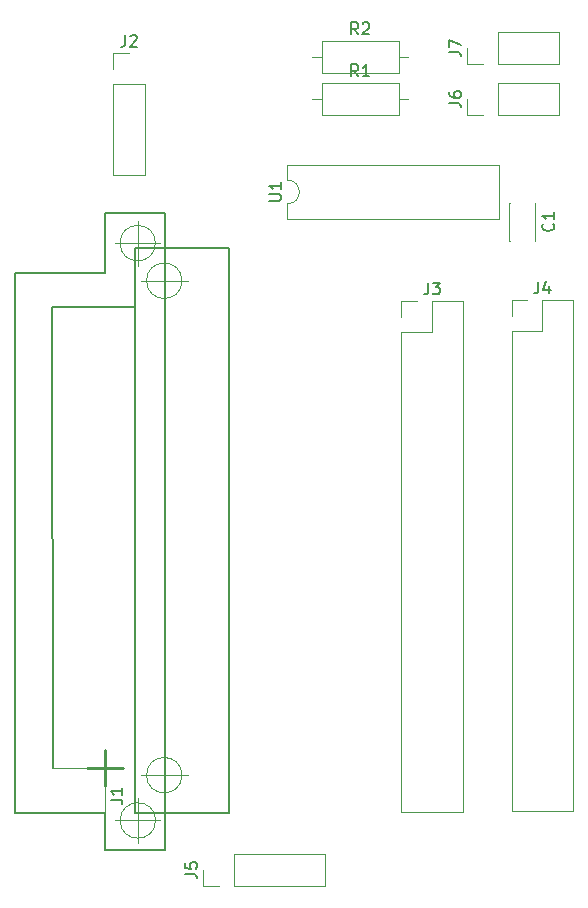
<source format=gbr>
%TF.GenerationSoftware,KiCad,Pcbnew,(5.1.10)-1*%
%TF.CreationDate,2024-05-08T08:20:22+02:00*%
%TF.ProjectId,KC85-FDD_IN,4b433835-2d46-4444-945f-494e2e6b6963,rev?*%
%TF.SameCoordinates,Original*%
%TF.FileFunction,Legend,Top*%
%TF.FilePolarity,Positive*%
%FSLAX46Y46*%
G04 Gerber Fmt 4.6, Leading zero omitted, Abs format (unit mm)*
G04 Created by KiCad (PCBNEW (5.1.10)-1) date 2024-05-08 08:20:22*
%MOMM*%
%LPD*%
G01*
G04 APERTURE LIST*
%ADD10C,0.120000*%
%ADD11C,0.200000*%
%ADD12C,0.100000*%
%ADD13C,0.250000*%
%ADD14C,0.150000*%
G04 APERTURE END LIST*
D10*
%TO.C,U1*%
X111446000Y-90206000D02*
X111446000Y-91456000D01*
X129346000Y-90206000D02*
X111446000Y-90206000D01*
X129346000Y-94706000D02*
X129346000Y-90206000D01*
X111446000Y-94706000D02*
X129346000Y-94706000D01*
X111446000Y-93456000D02*
X111446000Y-94706000D01*
X111446000Y-91456000D02*
G75*
G02*
X111446000Y-93456000I0J-1000000D01*
G01*
%TO.C,R2*%
X121642000Y-81026000D02*
X120872000Y-81026000D01*
X113562000Y-81026000D02*
X114332000Y-81026000D01*
X120872000Y-79656000D02*
X114332000Y-79656000D01*
X120872000Y-82396000D02*
X120872000Y-79656000D01*
X114332000Y-82396000D02*
X120872000Y-82396000D01*
X114332000Y-79656000D02*
X114332000Y-82396000D01*
%TO.C,R1*%
X121642000Y-84582000D02*
X120872000Y-84582000D01*
X113562000Y-84582000D02*
X114332000Y-84582000D01*
X120872000Y-83212000D02*
X114332000Y-83212000D01*
X120872000Y-85952000D02*
X120872000Y-83212000D01*
X114332000Y-85952000D02*
X120872000Y-85952000D01*
X114332000Y-83212000D02*
X114332000Y-85952000D01*
%TO.C,J7*%
X126686000Y-81594000D02*
X126686000Y-80264000D01*
X128016000Y-81594000D02*
X126686000Y-81594000D01*
X129286000Y-81594000D02*
X129286000Y-78934000D01*
X129286000Y-78934000D02*
X134426000Y-78934000D01*
X129286000Y-81594000D02*
X134426000Y-81594000D01*
X134426000Y-81594000D02*
X134426000Y-78934000D01*
%TO.C,J6*%
X126686000Y-85912000D02*
X126686000Y-84582000D01*
X128016000Y-85912000D02*
X126686000Y-85912000D01*
X129286000Y-85912000D02*
X129286000Y-83252000D01*
X129286000Y-83252000D02*
X134426000Y-83252000D01*
X129286000Y-85912000D02*
X134426000Y-85912000D01*
X134426000Y-85912000D02*
X134426000Y-83252000D01*
%TO.C,J5*%
X104334000Y-151190000D02*
X104334000Y-149860000D01*
X105664000Y-151190000D02*
X104334000Y-151190000D01*
X106934000Y-151190000D02*
X106934000Y-148530000D01*
X106934000Y-148530000D02*
X114614000Y-148530000D01*
X106934000Y-151190000D02*
X114614000Y-151190000D01*
X114614000Y-151190000D02*
X114614000Y-148530000D01*
%TO.C,J4*%
X130422000Y-101596000D02*
X131752000Y-101596000D01*
X130422000Y-102926000D02*
X130422000Y-101596000D01*
X133022000Y-101596000D02*
X135622000Y-101596000D01*
X133022000Y-104196000D02*
X133022000Y-101596000D01*
X130422000Y-104196000D02*
X133022000Y-104196000D01*
X135622000Y-101596000D02*
X135622000Y-144896000D01*
X130422000Y-104196000D02*
X130422000Y-144896000D01*
X130422000Y-144896000D02*
X135622000Y-144896000D01*
%TO.C,J2*%
X96714000Y-80712000D02*
X98044000Y-80712000D01*
X96714000Y-82042000D02*
X96714000Y-80712000D01*
X96714000Y-83312000D02*
X99374000Y-83312000D01*
X99374000Y-83312000D02*
X99374000Y-90992000D01*
X96714000Y-83312000D02*
X96714000Y-90992000D01*
X96714000Y-90992000D02*
X99374000Y-90992000D01*
%TO.C,C1*%
X130263000Y-96596000D02*
X130198000Y-96596000D01*
X132438000Y-96596000D02*
X132373000Y-96596000D01*
X130263000Y-93356000D02*
X130198000Y-93356000D01*
X132438000Y-93356000D02*
X132373000Y-93356000D01*
X130198000Y-93356000D02*
X130198000Y-96596000D01*
X132438000Y-93356000D02*
X132438000Y-96596000D01*
%TO.C,J1*%
X92202000Y-141224000D02*
X91567000Y-141224000D01*
X96012000Y-141224000D02*
X92202000Y-141224000D01*
X96012000Y-141859000D02*
X96012000Y-141224000D01*
X96012000Y-145034000D02*
X96012000Y-141859000D01*
X91567000Y-141224000D02*
X96012000Y-141224000D01*
D11*
X101092000Y-148209000D02*
X101092000Y-94234000D01*
X88392000Y-99314000D02*
X88392000Y-145034000D01*
X88392000Y-145034000D02*
X96012000Y-145034000D01*
X96012000Y-145034000D02*
X96012000Y-148209000D01*
X96012000Y-148209000D02*
X101092000Y-148209000D01*
X96012000Y-94234000D02*
X96012000Y-99314000D01*
X96012000Y-99314000D02*
X88392000Y-99314000D01*
X101092000Y-94234000D02*
X96012000Y-94234000D01*
D12*
X100267900Y-96786700D02*
G75*
G03*
X100267900Y-96786700I-1500000J0D01*
G01*
X98767900Y-94881700D02*
X98767900Y-98691700D01*
X100672900Y-96786700D02*
X96862900Y-96786700D01*
X98780600Y-143764000D02*
X98780600Y-147574000D01*
X100685600Y-145669000D02*
X96875600Y-145669000D01*
X100280600Y-145669000D02*
G75*
G03*
X100280600Y-145669000I-1500000J0D01*
G01*
D11*
X98512000Y-97224000D02*
X98512000Y-145034000D01*
X98512000Y-97224000D02*
X106512000Y-97224000D01*
X106512000Y-97224000D02*
X106512000Y-145034000D01*
X106512000Y-145034000D02*
X98512000Y-145034000D01*
X91567000Y-141224000D02*
X91512000Y-102224000D01*
X91512000Y-102224000D02*
X98512000Y-102224000D01*
D12*
X102512000Y-99974000D02*
G75*
G03*
X102512000Y-99974000I-1500000J0D01*
G01*
X103012000Y-99974000D02*
X99012000Y-99974000D01*
X101012000Y-97974000D02*
X101012000Y-101974000D01*
X102512000Y-141834000D02*
G75*
G03*
X102512000Y-141834000I-1500000J0D01*
G01*
X103012000Y-141834000D02*
X99012000Y-141834000D01*
X101012000Y-140469000D02*
X101012000Y-144469000D01*
D13*
X97512000Y-141224000D02*
X94512000Y-141224000D01*
X96012000Y-139724000D02*
X96012000Y-142724000D01*
D10*
%TO.C,J3*%
X121097000Y-144975001D02*
X126297000Y-144975001D01*
X121097000Y-104275001D02*
X121097000Y-144975001D01*
X126297000Y-101675001D02*
X126297000Y-144975001D01*
X121097000Y-104275001D02*
X123697000Y-104275001D01*
X123697000Y-104275001D02*
X123697000Y-101675001D01*
X123697000Y-101675001D02*
X126297000Y-101675001D01*
X121097000Y-103005001D02*
X121097000Y-101675001D01*
X121097000Y-101675001D02*
X122427000Y-101675001D01*
%TO.C,U1*%
D14*
X109898380Y-93217904D02*
X110707904Y-93217904D01*
X110803142Y-93170285D01*
X110850761Y-93122666D01*
X110898380Y-93027428D01*
X110898380Y-92836952D01*
X110850761Y-92741714D01*
X110803142Y-92694095D01*
X110707904Y-92646476D01*
X109898380Y-92646476D01*
X110898380Y-91646476D02*
X110898380Y-92217904D01*
X110898380Y-91932190D02*
X109898380Y-91932190D01*
X110041238Y-92027428D01*
X110136476Y-92122666D01*
X110184095Y-92217904D01*
%TO.C,R2*%
X117435333Y-79108380D02*
X117102000Y-78632190D01*
X116863904Y-79108380D02*
X116863904Y-78108380D01*
X117244857Y-78108380D01*
X117340095Y-78156000D01*
X117387714Y-78203619D01*
X117435333Y-78298857D01*
X117435333Y-78441714D01*
X117387714Y-78536952D01*
X117340095Y-78584571D01*
X117244857Y-78632190D01*
X116863904Y-78632190D01*
X117816285Y-78203619D02*
X117863904Y-78156000D01*
X117959142Y-78108380D01*
X118197238Y-78108380D01*
X118292476Y-78156000D01*
X118340095Y-78203619D01*
X118387714Y-78298857D01*
X118387714Y-78394095D01*
X118340095Y-78536952D01*
X117768666Y-79108380D01*
X118387714Y-79108380D01*
%TO.C,R1*%
X117435333Y-82664380D02*
X117102000Y-82188190D01*
X116863904Y-82664380D02*
X116863904Y-81664380D01*
X117244857Y-81664380D01*
X117340095Y-81712000D01*
X117387714Y-81759619D01*
X117435333Y-81854857D01*
X117435333Y-81997714D01*
X117387714Y-82092952D01*
X117340095Y-82140571D01*
X117244857Y-82188190D01*
X116863904Y-82188190D01*
X118387714Y-82664380D02*
X117816285Y-82664380D01*
X118102000Y-82664380D02*
X118102000Y-81664380D01*
X118006761Y-81807238D01*
X117911523Y-81902476D01*
X117816285Y-81950095D01*
%TO.C,J7*%
X125138380Y-80597333D02*
X125852666Y-80597333D01*
X125995523Y-80644952D01*
X126090761Y-80740190D01*
X126138380Y-80883047D01*
X126138380Y-80978285D01*
X125138380Y-80216380D02*
X125138380Y-79549714D01*
X126138380Y-79978285D01*
%TO.C,J6*%
X125138380Y-84915333D02*
X125852666Y-84915333D01*
X125995523Y-84962952D01*
X126090761Y-85058190D01*
X126138380Y-85201047D01*
X126138380Y-85296285D01*
X125138380Y-84010571D02*
X125138380Y-84201047D01*
X125186000Y-84296285D01*
X125233619Y-84343904D01*
X125376476Y-84439142D01*
X125566952Y-84486761D01*
X125947904Y-84486761D01*
X126043142Y-84439142D01*
X126090761Y-84391523D01*
X126138380Y-84296285D01*
X126138380Y-84105809D01*
X126090761Y-84010571D01*
X126043142Y-83962952D01*
X125947904Y-83915333D01*
X125709809Y-83915333D01*
X125614571Y-83962952D01*
X125566952Y-84010571D01*
X125519333Y-84105809D01*
X125519333Y-84296285D01*
X125566952Y-84391523D01*
X125614571Y-84439142D01*
X125709809Y-84486761D01*
%TO.C,J5*%
X102786380Y-150193333D02*
X103500666Y-150193333D01*
X103643523Y-150240952D01*
X103738761Y-150336190D01*
X103786380Y-150479047D01*
X103786380Y-150574285D01*
X102786380Y-149240952D02*
X102786380Y-149717142D01*
X103262571Y-149764761D01*
X103214952Y-149717142D01*
X103167333Y-149621904D01*
X103167333Y-149383809D01*
X103214952Y-149288571D01*
X103262571Y-149240952D01*
X103357809Y-149193333D01*
X103595904Y-149193333D01*
X103691142Y-149240952D01*
X103738761Y-149288571D01*
X103786380Y-149383809D01*
X103786380Y-149621904D01*
X103738761Y-149717142D01*
X103691142Y-149764761D01*
%TO.C,J4*%
X132688666Y-100048380D02*
X132688666Y-100762666D01*
X132641047Y-100905523D01*
X132545809Y-101000761D01*
X132402952Y-101048380D01*
X132307714Y-101048380D01*
X133593428Y-100381714D02*
X133593428Y-101048380D01*
X133355333Y-100000761D02*
X133117238Y-100715047D01*
X133736285Y-100715047D01*
%TO.C,J2*%
X97710666Y-79164380D02*
X97710666Y-79878666D01*
X97663047Y-80021523D01*
X97567809Y-80116761D01*
X97424952Y-80164380D01*
X97329714Y-80164380D01*
X98139238Y-79259619D02*
X98186857Y-79212000D01*
X98282095Y-79164380D01*
X98520190Y-79164380D01*
X98615428Y-79212000D01*
X98663047Y-79259619D01*
X98710666Y-79354857D01*
X98710666Y-79450095D01*
X98663047Y-79592952D01*
X98091619Y-80164380D01*
X98710666Y-80164380D01*
%TO.C,C1*%
X133925142Y-95142666D02*
X133972761Y-95190285D01*
X134020380Y-95333142D01*
X134020380Y-95428380D01*
X133972761Y-95571238D01*
X133877523Y-95666476D01*
X133782285Y-95714095D01*
X133591809Y-95761714D01*
X133448952Y-95761714D01*
X133258476Y-95714095D01*
X133163238Y-95666476D01*
X133068000Y-95571238D01*
X133020380Y-95428380D01*
X133020380Y-95333142D01*
X133068000Y-95190285D01*
X133115619Y-95142666D01*
X134020380Y-94190285D02*
X134020380Y-94761714D01*
X134020380Y-94476000D02*
X133020380Y-94476000D01*
X133163238Y-94571238D01*
X133258476Y-94666476D01*
X133306095Y-94761714D01*
%TO.C,J1*%
X96464380Y-143911976D02*
X97178666Y-143911976D01*
X97321523Y-143959595D01*
X97416761Y-144054833D01*
X97464380Y-144197690D01*
X97464380Y-144292928D01*
X97464380Y-142911976D02*
X97464380Y-143483404D01*
X97464380Y-143197690D02*
X96464380Y-143197690D01*
X96607238Y-143292928D01*
X96702476Y-143388166D01*
X96750095Y-143483404D01*
%TO.C,J3*%
X123363666Y-100127381D02*
X123363666Y-100841667D01*
X123316047Y-100984524D01*
X123220809Y-101079762D01*
X123077952Y-101127381D01*
X122982714Y-101127381D01*
X123744619Y-100127381D02*
X124363666Y-100127381D01*
X124030333Y-100508334D01*
X124173190Y-100508334D01*
X124268428Y-100555953D01*
X124316047Y-100603572D01*
X124363666Y-100698810D01*
X124363666Y-100936905D01*
X124316047Y-101032143D01*
X124268428Y-101079762D01*
X124173190Y-101127381D01*
X123887476Y-101127381D01*
X123792238Y-101079762D01*
X123744619Y-101032143D01*
%TD*%
M02*

</source>
